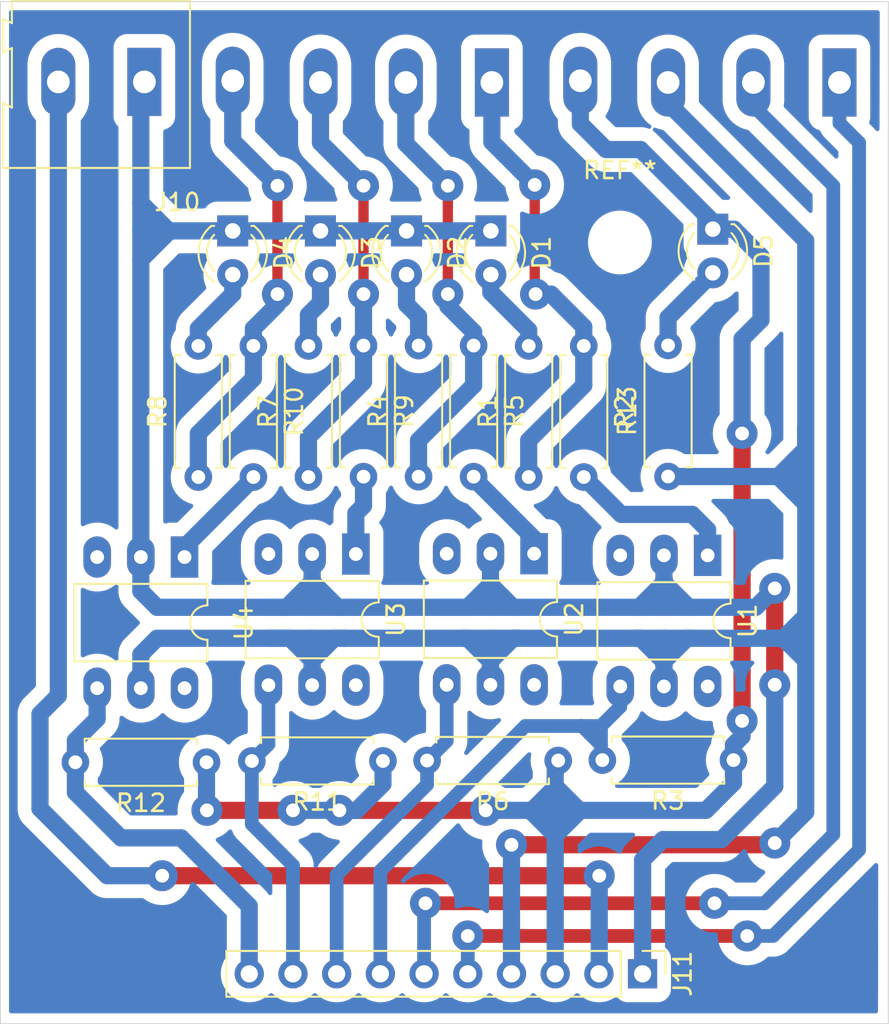
<source format=kicad_pcb>
(kicad_pcb (version 20240108) (generator "pcbnew") (generator_version "8.0")
  (layers (0 "F.Cu" signal) (31 "B.Cu" signal) (34 "B.Paste" user) (35 "F.Paste" user) (36 "B.SilkS" user "B.Silkscreen") (37 "F.SilkS" user "F.Silkscreen") (38 "B.Mask" user) (39 "F.Mask" user) (44 "Edge.Cuts" user))
  (net 0 "")
  (net 1 "/DI3m")
  (net 2 "/DI1m")
  (net 3 "GND")
  (net 4 "/DI0m")
  (net 5 "+5V")
  (net 6 "/AI0")
  (net 7 "/AI1")
  (net 8 "/DI2m")
  (net 9 "Net-(D1-A)")
  (net 10 "GND1")
  (net 11 "Net-(D2-A)")
  (net 12 "Net-(D3-A)")
  (net 13 "Net-(D4-A)")
  (net 14 "/DI0")
  (net 15 "/DI3")
  (net 16 "/DI1")
  (net 17 "/DI2")
  (net 18 "VDD")
  (net 19 "Net-(R2-Pad2)")
  (net 20 "Net-(R5-Pad2)")
  (net 21 "Net-(R9-Pad2)")
  (net 22 "Net-(R10-Pad2)")
  (net 31 "Net-(D5-A)")
  (footprint "Resistor_THT:R_Axial_DIN0207_L6.3mm_D2.5mm_P7.62mm_Horizontal" (layer "F.Cu") (at 162.5 105.47 180)
    (property "Reference" "R3" (at 3.81 -2.37 0) (layer "F.SilkS"))
    (property "Value" "2.2k")
    (pad "1" thru_hole circle (at 0 0 180) (size 1.6 1.6) (drill 0.8) (layers "*.Cu" "*.Mask") (net 3 "GND"))
    (pad "2" thru_hole oval (at 7.62 0 180) (size 1.6 1.6) (drill 0.8) (layers "*.Cu" "*.Mask") (net 1 "/DI3m"))
  )
  (footprint "Resistor_THT:R_Axial_DIN0207_L6.3mm_D2.5mm_P7.62mm_Horizontal" (layer "F.Cu") (at 137.8 89.02 90)
    (property "Reference" "R7" (at 3.81 -2.37 90) (layer "F.SilkS"))
    (property "Value" "2.2k")
    (pad "1" thru_hole circle (at 0 0 90) (size 1.6 1.6) (drill 0.8) (layers "*.Cu" "*.Mask") (net 16 "/DI1"))
    (pad "2" thru_hole oval (at 7.62 0 90) (size 1.6 1.6) (drill 0.8) (layers "*.Cu" "*.Mask") (net 12 "Net-(D3-A)"))
  )
  (footprint "MountingHole:MountingHole_3.2mm_M3" (layer "F.Cu") (at 155.9 75.39)
    (property "Reference" "REF**" (at 0 -4.2 0) (layer "F.SilkS"))
    (property "Value" "MountingHole_3.2mm_M3")
    (pad "" np_thru_hole circle (at 0 0) (size 3.2 3.2) (drill 3.2) (layers "*.Cu" "*.Mask"))
  )
  (footprint "Resistor_THT:R_Axial_DIN0207_L6.3mm_D2.5mm_P7.62mm_Horizontal" (layer "F.Cu") (at 141 81.38 -90)
    (property "Reference" "R9" (at 3.81 -2.37 90) (layer "F.SilkS"))
    (property "Value" "2.2k")
    (pad "1" thru_hole circle (at 0 0 270) (size 1.6 1.6) (drill 0.8) (layers "*.Cu" "*.Mask") (net 16 "/DI1"))
    (pad "2" thru_hole oval (at 7.62 0 270) (size 1.6 1.6) (drill 0.8) (layers "*.Cu" "*.Mask") (net 21 "Net-(R9-Pad2)"))
  )
  (footprint "Resistor_THT:R_Axial_DIN0207_L6.3mm_D2.5mm_P7.62mm_Horizontal" (layer "F.Cu") (at 147.4 81.38 -90)
    (property "Reference" "R5" (at 3.81 -2.37 90) (layer "F.SilkS"))
    (property "Value" "2.2k")
    (pad "1" thru_hole circle (at 0 0 270) (size 1.6 1.6) (drill 0.8) (layers "*.Cu" "*.Mask") (net 17 "/DI2"))
    (pad "2" thru_hole oval (at 7.62 0 270) (size 1.6 1.6) (drill 0.8) (layers "*.Cu" "*.Mask") (net 20 "Net-(R5-Pad2)"))
  )
  (footprint "Package_DIP:DIP-6_W7.62mm_LongPads" (layer "F.Cu") (at 140.555 93.495 -90)
    (property "Reference" "U3" (at 3.81 -2.33 90) (layer "F.SilkS"))
    (property "Value" "4N35")
    (pad "1" thru_hole rect (at 0 0 270) (size 2.4 1.6) (drill 0.8) (layers "*.Cu" "*.Mask") (net 21 "Net-(R9-Pad2)"))
    (pad "2" thru_hole oval (at 0 2.54 270) (size 2.4 1.6) (drill 0.8) (layers "*.Cu" "*.Mask") (net 10 "GND1"))
    (pad "3" thru_hole oval (at 0 5.08 270) (size 2.4 1.6) (drill 0.8) (layers "*.Cu" "*.Mask"))
    (pad "4" thru_hole oval (at 7.62 5.08 270) (size 2.4 1.6) (drill 0.8) (layers "*.Cu" "*.Mask") (net 2 "/DI1m"))
    (pad "5" thru_hole oval (at 7.62 2.54 270) (size 2.4 1.6) (drill 0.8) (layers "*.Cu" "*.Mask") (net 5 "+5V"))
    (pad "6" thru_hole oval (at 7.62 0 270) (size 2.4 1.6) (drill 0.8) (layers "*.Cu" "*.Mask"))
  )
  (footprint "Resistor_THT:R_Axial_DIN0207_L6.3mm_D2.5mm_P7.62mm_Horizontal" (layer "F.Cu") (at 144.2 89 90)
    (property "Reference" "R4" (at 3.81 -2.37 90) (layer "F.SilkS"))
    (property "Value" "2.2k")
    (pad "1" thru_hole circle (at 0 0 90) (size 1.6 1.6) (drill 0.8) (layers "*.Cu" "*.Mask") (net 17 "/DI2"))
    (pad "2" thru_hole oval (at 7.62 0 90) (size 1.6 1.6) (drill 0.8) (layers "*.Cu" "*.Mask") (net 11 "Net-(D2-A)"))
  )
  (footprint "Resistor_THT:R_Axial_DIN0207_L6.3mm_D2.5mm_P7.62mm_Horizontal" (layer "F.Cu") (at 134.6 81.4 -90)
    (property "Reference" "R10" (at 3.81 -2.37 90) (layer "F.SilkS"))
    (property "Value" "2.2k")
    (pad "1" thru_hole circle (at 0 0 270) (size 1.6 1.6) (drill 0.8) (layers "*.Cu" "*.Mask") (net 14 "/DI0"))
    (pad "2" thru_hole oval (at 7.62 0 270) (size 1.6 1.6) (drill 0.8) (layers "*.Cu" "*.Mask") (net 22 "Net-(R10-Pad2)"))
  )
  (footprint "Resistor_THT:R_Axial_DIN0207_L6.3mm_D2.5mm_P7.62mm_Horizontal" (layer "F.Cu") (at 150.6 89.02 90)
    (property "Reference" "R1" (at 3.81 -2.37 90) (layer "F.SilkS"))
    (property "Value" "2.2k")
    (pad "1" thru_hole circle (at 0 0 90) (size 1.6 1.6) (drill 0.8) (layers "*.Cu" "*.Mask") (net 15 "/DI3"))
    (pad "2" thru_hole oval (at 7.62 0 90) (size 1.6 1.6) (drill 0.8) (layers "*.Cu" "*.Mask") (net 9 "Net-(D1-A)"))
  )
  (footprint "Resistor_THT:R_Axial_DIN0207_L6.3mm_D2.5mm_P7.62mm_Horizontal" (layer "F.Cu") (at 158.7 88.99 90)
    (property "Reference" "R13" (at 3.81 -2.37 90) (layer "F.SilkS"))
    (property "Value" "1k")
    (pad "1" thru_hole circle (at 0 0 90) (size 1.6 1.6) (drill 0.8) (layers "*.Cu" "*.Mask") (net 5 "+5V"))
    (pad "2" thru_hole oval (at 7.62 0 90) (size 1.6 1.6) (drill 0.8) (layers "*.Cu" "*.Mask") (net 31 "Net-(D5-A)"))
  )
  (footprint "LED_THT:LED_D3.0mm_IRBlack" (layer "F.Cu") (at 138.5 74.715 -90)
    (property "Reference" "D3" (at 1.27 -2.96 90) (layer "F.SilkS"))
    (property "Value" "DI1")
    (pad "1" thru_hole rect (at 0 0 270) (size 1.8 1.8) (drill 0.9) (layers "*.Cu" "*.Mask") (net 10 "GND1"))
    (pad "2" thru_hole circle (at 2.54 0 270) (size 1.8 1.8) (drill 0.9) (layers "*.Cu" "*.Mask") (net 12 "Net-(D3-A)"))
  )
  (footprint "Package_DIP:DIP-6_W7.62mm_LongPads" (layer "F.Cu") (at 130.6 93.67 -90)
    (property "Reference" "U4" (at 3.835 -3.445 90) (layer "F.SilkS"))
    (property "Value" "4N35")
    (pad "1" thru_hole rect (at 0 0 270) (size 2.4 1.6) (drill 0.8) (layers "*.Cu" "*.Mask") (net 22 "Net-(R10-Pad2)"))
    (pad "2" thru_hole oval (at 0 2.54 270) (size 2.4 1.6) (drill 0.8) (layers "*.Cu" "*.Mask") (net 10 "GND1"))
    (pad "3" thru_hole oval (at 0 5.08 270) (size 2.4 1.6) (drill 0.8) (layers "*.Cu" "*.Mask"))
    (pad "4" thru_hole oval (at 7.62 5.08 270) (size 2.4 1.6) (drill 0.8) (layers "*.Cu" "*.Mask") (net 4 "/DI0m"))
    (pad "5" thru_hole oval (at 7.62 2.54 270) (size 2.4 1.6) (drill 0.8) (layers "*.Cu" "*.Mask") (net 5 "+5V"))
    (pad "6" thru_hole oval (at 7.62 0 270) (size 2.4 1.6) (drill 0.8) (layers "*.Cu" "*.Mask"))
  )
  (footprint "Borneras:TerminalBlock_Altech_AK300-2_P5.00mm" (layer "F.Cu") (at 128.265 66.0575 180)
    (property "Reference" "J10" (at -1.92 -6.99 0) (layer "F.SilkS"))
    (property "Value" "PWR_OUT")
    (pad "1" thru_hole rect (at 0 0 180) (size 1.98 3.96) (drill 1.32) (layers "*.Cu" "*.Mask") (net 10 "GND1"))
    (pad "2" thru_hole oval (at 5 0 180) (size 1.98 3.96) (drill 1.32) (layers "*.Cu" "*.Mask") (net 18 "VDD"))
  )
  (footprint "Resistor_THT:R_Axial_DIN0207_L6.3mm_D2.5mm_P7.62mm_Horizontal" (layer "F.Cu") (at 152.315 105.495 180)
    (property "Reference" "R6" (at 3.81 -2.37 0) (layer "F.SilkS"))
    (property "Value" "2.2k")
    (pad "1" thru_hole circle (at 0 0 180) (size 1.6 1.6) (drill 0.8) (layers "*.Cu" "*.Mask") (net 3 "GND"))
    (pad "2" thru_hole oval (at 7.62 0 180) (size 1.6 1.6) (drill 0.8) (layers "*.Cu" "*.Mask") (net 8 "/DI2m"))
  )
  (footprint "Borneras:TerminalBlock_Altech_AK300-4_P5.00mm" (layer "F.Cu") (at 168.7 65.99 180)
    (property "Reference" "J3" (hide yes))
    (property "Value" "AI")
    (pad "1" thru_hole rect (at 0.04 -0.1 180) (size 1.98 3.96) (drill 1.32) (layers "*.Cu" "*.Mask") (net 7 "/AI1"))
    (pad "2" thru_hole oval (at 5.04 -0.1 180) (size 1.98 3.96) (drill 1.32) (layers "*.Cu" "*.Mask") (net 6 "/AI0"))
    (pad "3" thru_hole oval (at 10 -0.1 180) (size 1.98 3.96) (drill 1.32) (layers "*.Cu" "*.Mask") (net 5 "+5V"))
    (pad "4" thru_hole oval (at 15.1 0 180) (size 1.98 3.96) (drill 1.32) (layers "*.Cu" "*.Mask") (net 3 "GND"))
  )
  (footprint "Borneras:TerminalBlock_Altech_AK300-4_P5.00mm" (layer "F.Cu") (at 148.5 65.99 180)
    (property "Reference" "J2" (hide yes))
    (property "Value" "DI")
    (pad "1" thru_hole rect (at 0.04 -0.1 180) (size 1.98 3.96) (drill 1.32) (layers "*.Cu" "*.Mask") (net 15 "/DI3"))
    (pad "2" thru_hole oval (at 5.04 -0.1 180) (size 1.98 3.96) (drill 1.32) (layers "*.Cu" "*.Mask") (net 17 "/DI2"))
    (pad "3" thru_hole oval (at 10 -0.1 180) (size 1.98 3.96) (drill 1.32) (layers "*.Cu" "*.Mask") (net 16 "/DI1"))
    (pad "4" thru_hole oval (at 15.1 0 180) (size 1.98 3.96) (drill 1.32) (layers "*.Cu" "*.Mask") (net 14 "/DI0"))
  )
  (footprint "Resistor_THT:R_Axial_DIN0207_L6.3mm_D2.5mm_P7.62mm_Horizontal" (layer "F.Cu") (at 131.875 105.595 180)
    (property "Reference" "R12" (at 3.81 -2.37 0) (layer "F.SilkS"))
    (property "Value" "2.2k")
    (pad "1" thru_hole circle (at 0 0 180) (size 1.6 1.6) (drill 0.8) (layers "*.Cu" "*.Mask") (net 3 "GND"))
    (pad "2" thru_hole oval (at 7.62 0 180) (size 1.6 1.6) (drill 0.8) (layers "*.Cu" "*.Mask") (net 4 "/DI0m"))
  )
  (footprint "LED_THT:LED_D3.0mm_IRBlack" (layer "F.Cu") (at 133.4 74.715 -90)
    (property "Reference" "D4" (at 1.27 -2.96 90) (layer "F.SilkS"))
    (property "Value" "DI0")
    (pad "1" thru_hole rect (at 0 0 270) (size 1.8 1.8) (drill 0.9) (layers "*.Cu" "*.Mask") (net 10 "GND1"))
    (pad "2" thru_hole circle (at 2.54 0 270) (size 1.8 1.8) (drill 0.9) (layers "*.Cu" "*.Mask") (net 13 "Net-(D4-A)"))
  )
  (footprint "LED_THT:LED_D3.0mm_IRBlack" (layer "F.Cu") (at 161.3 74.615 -90)
    (property "Reference" "D5" (at 1.27 -2.96 90) (layer "F.SilkS"))
    (property "Value" "DI3")
    (pad "1" thru_hole rect (at 0 0 270) (size 1.8 1.8) (drill 0.9) (layers "*.Cu" "*.Mask") (net 3 "GND"))
    (pad "2" thru_hole circle (at 2.54 0 270) (size 1.8 1.8) (drill 0.9) (layers "*.Cu" "*.Mask") (net 31 "Net-(D5-A)"))
  )
  (footprint "Package_DIP:DIP-6_W7.62mm_LongPads" (layer "F.Cu") (at 150.915 93.475 -90)
    (property "Reference" "U2" (at 3.81 -2.33 90) (layer "F.SilkS"))
    (property "Value" "4N35")
    (pad "1" thru_hole rect (at 0 0 270) (size 2.4 1.6) (drill 0.8) (layers "*.Cu" "*.Mask") (net 20 "Net-(R5-Pad2)"))
    (pad "2" thru_hole oval (at 0 2.54 270) (size 2.4 1.6) (drill 0.8) (layers "*.Cu" "*.Mask") (net 10 "GND1"))
    (pad "3" thru_hole oval (at 0 5.08 270) (size 2.4 1.6) (drill 0.8) (layers "*.Cu" "*.Mask"))
    (pad "4" thru_hole oval (at 7.62 5.08 270) (size 2.4 1.6) (drill 0.8) (layers "*.Cu" "*.Mask") (net 8 "/DI2m"))
    (pad "5" thru_hole oval (at 7.62 2.54 270) (size 2.4 1.6) (drill 0.8) (layers "*.Cu" "*.Mask") (net 5 "+5V"))
    (pad "6" thru_hole oval (at 7.62 0 270) (size 2.4 1.6) (drill 0.8) (layers "*.Cu" "*.Mask"))
  )
  (footprint "LED_THT:LED_D3.0mm_IRBlack" (layer "F.Cu") (at 148.4 74.715 -90)
    (property "Reference" "D1" (at 1.27 -2.96 90) (layer "F.SilkS"))
    (property "Value" "DI3")
    (pad "1" thru_hole rect (at 0 0 270) (size 1.8 1.8) (drill 0.9) (layers "*.Cu" "*.Mask") (net 10 "GND1"))
    (pad "2" thru_hole circle (at 2.54 0 270) (size 1.8 1.8) (drill 0.9) (layers "*.Cu" "*.Mask") (net 9 "Net-(D1-A)"))
  )
  (footprint "Resistor_THT:R_Axial_DIN0207_L6.3mm_D2.5mm_P7.62mm_Horizontal" (layer "F.Cu") (at 153.8 81.4 -90)
    (property "Reference" "R2" (at 3.81 -2.37 90) (layer "F.SilkS"))
    (property "Value" "2.2k")
    (pad "1" thru_hole circle (at 0 0 270) (size 1.6 1.6) (drill 0.8) (layers "*.Cu" "*.Mask") (net 15 "/DI3"))
    (pad "2" thru_hole oval (at 7.62 0 270) (size 1.6 1.6) (drill 0.8) (layers "*.Cu" "*.Mask") (net 19 "Net-(R2-Pad2)"))
  )
  (footprint "LED_THT:LED_D3.0mm_IRBlack" (layer "F.Cu") (at 143.5 74.715 -90)
    (property "Reference" "D2" (at 1.27 -2.96 90) (layer "F.SilkS"))
    (property "Value" "DI2")
    (pad "1" thru_hole rect (at 0 0 270) (size 1.8 1.8) (drill 0.9) (layers "*.Cu" "*.Mask") (net 10 "GND1"))
    (pad "2" thru_hole circle (at 2.54 0 270) (size 1.8 1.8) (drill 0.9) (layers "*.Cu" "*.Mask") (net 11 "Net-(D2-A)"))
  )
  (footprint "Connector_PinHeader_2.54mm:PinHeader_1x10_P2.54mm_Vertical" (layer "F.Cu") (at 157.22 117.89 -90)
    (property "Reference" "J11" (at 0 -2.33 90) (layer "F.SilkS"))
    (property "Value" "INPUTS")
    (pad "1" thru_hole rect (at 0 0 270) (size 1.7 1.7) (drill 1) (layers "*.Cu" "*.Mask") (net 10 "GND1"))
    (pad "2" thru_hole oval (at 0 2.54 270) (size 1.7 1.7) (drill 1) (layers "*.Cu" "*.Mask") (net 18 "VDD"))
    (pad "3" thru_hole oval (at 0 5.08 270) (size 1.7 1.7) (drill 1) (layers "*.Cu" "*.Mask") (net 3 "GND"))
    (pad "4" thru_hole oval (at 0 7.62 270) (size 1.7 1.7) (drill 1) (layers "*.Cu" "*.Mask") (net 5 "+5V"))
    (pad "5" thru_hole oval (at 0 10.16 270) (size 1.7 1.7) (drill 1) (layers "*.Cu" "*.Mask") (net 7 "/AI1"))
    (pad "6" thru_hole oval (at 0 12.7 270) (size 1.7 1.7) (drill 1) (layers "*.Cu" "*.Mask") (net 6 "/AI0"))
    (pad "7" thru_hole oval (at 0 15.24 270) (size 1.7 1.7) (drill 1) (layers "*.Cu" "*.Mask") (net 1 "/DI3m"))
    (pad "8" thru_hole oval (at 0 17.78 270) (size 1.7 1.7) (drill 1) (layers "*.Cu" "*.Mask") (net 8 "/DI2m"))
    (pad "9" thru_hole oval (at 0 20.32 270) (size 1.7 1.7) (drill 1) (layers "*.Cu" "*.Mask") (net 2 "/DI1m"))
    (pad "10" thru_hole oval (at 0 22.86 270) (size 1.7 1.7) (drill 1) (layers "*.Cu" "*.Mask") (net 4 "/DI0m"))
  )
  (footprint "Resistor_THT:R_Axial_DIN0207_L6.3mm_D2.5mm_P7.62mm_Horizontal" (layer "F.Cu") (at 131.4 89.02 90)
    (property "Reference" "R8" (at 3.81 -2.37 90) (layer "F.SilkS"))
    (property "Value" "2.2k")
    (pad "1" thru_hole circle (at 0 0 90) (size 1.6 1.6) (drill 0.8) (layers "*.Cu" "*.Mask") (net 14 "/DI0"))
    (pad "2" thru_hole oval (at 7.62 0 90) (size 1.6 1.6) (drill 0.8) (layers "*.Cu" "*.Mask") (net 13 "Net-(D4-A)"))
  )
  (footprint "Package_DIP:DIP-6_W7.62mm_LongPads" (layer "F.Cu") (at 161 93.57 -90)
    (property "Reference" "U1" (at 3.81 -2.33 90) (layer "F.SilkS"))
    (property "Value" "4N35")
    (pad "1" thru_hole rect (at 0 0 270) (size 2.4 1.6) (drill 0.8) (layers "*.Cu" "*.Mask") (net 19 "Net-(R2-Pad2)"))
    (pad "2" thru_hole oval (at 0 2.54 270) (size 2.4 1.6) (drill 0.8) (layers "*.Cu" "*.Mask") (net 10 "GND1"))
    (pad "3" thru_hole oval (at 0 5.08 270) (size 2.4 1.6) (drill 0.8) (layers "*.Cu" "*.Mask"))
    (pad "4" thru_hole oval (at 7.62 5.08 270) (size 2.4 1.6) (drill 0.8) (layers "*.Cu" "*.Mask") (net 1 "/DI3m"))
    (pad "5" thru_hole oval (at 7.62 2.54 270) (size 2.4 1.6) (drill 0.8) (layers "*.Cu" "*.Mask") (net 5 "+5V"))
    (pad "6" thru_hole oval (at 7.62 0 270) (size 2.4 1.6) (drill 0.8) (layers "*.Cu" "*.Mask"))
  )
  (footprint "Resistor_THT:R_Axial_DIN0207_L6.3mm_D2.5mm_P7.62mm_Horizontal" (layer "F.Cu") (at 142.13 105.52 180)
    (property "Reference" "R11" (at 3.81 -2.37 0) (layer "F.SilkS"))
    (property "Value" "2.2k")
    (pad "1" thru_hole circle (at 0 0 180) (size 1.6 1.6) (drill 0.8) (layers "*.Cu" "*.Mask") (net 3 "GND"))
    (pad "2" thru_hole oval (at 7.62 0 180) (size 1.6 1.6) (drill 0.8) (layers "*.Cu" "*.Mask") (net 2 "/DI1m"))
  )
  (gr_rect (start 119.9 61.39) (end 171.5 120.79) (stroke (width 0.05)) (fill none) (layer "Edge.Cuts"))
  (segment (start 154.8 103.49) (end 155.92 102.37) (width 0.8) (layer "B.Cu") (net 1))
  (segment (start 153.6 103.49) (end 153.7 103.49) (width 0.8) (layer "B.Cu") (net 1))
  (segment (start 150.4 103.49) (end 153.6 103.49) (width 0.8) (layer "B.Cu") (net 1))
  (segment (start 154.8 104.59) (end 154.8 105.39) (width 0.8) (layer "B.Cu") (net 1))
  (segment (start 153.7 103.49) (end 154.8 104.59) (width 0.8) (layer "B.Cu") (net 1))
  (segment (start 141.98 111.91) (end 150.4 103.49) (width 0.8) (layer "B.Cu") (net 1))
  (segment (start 153.6 103.49) (end 154.8 103.49) (width 0.8) (layer "B.Cu") (net 1))
  (segment (start 155.92 102.37) (end 155.92 101.19) (width 0.8) (layer "B.Cu") (net 1))
  (segment (start 141.98 117.89) (end 141.98 111.91) (width 0.8) (layer "B.Cu") (net 1))
  (segment (start 154.8 105.39) (end 154.88 105.47) (width 0.8) (layer "B.Cu") (net 1))
  (segment (start 154.8 103.49) (end 154.8 104.59) (width 0.8) (layer "B.Cu") (net 1))
  (segment (start 136.9 111.59) (end 136.9 117.89) (width 0.8) (layer "B.Cu") (net 2))
  (segment (start 135.475 101.115) (end 135.475 104.555) (width 0.8) (layer "B.Cu") (net 2))
  (segment (start 135.475 104.555) (end 134.51 105.52) (width 0.8) (layer "B.Cu") (net 2))
  (segment (start 134.51 105.52) (end 134.51 109.2) (width 0.8) (layer "B.Cu") (net 2))
  (segment (start 134.51 109.2) (end 136.9 111.59) (width 0.8) (layer "B.Cu") (net 2))
  (segment (start 163 86.49) (end 163 103.19) (width 1) (layer "F.Cu") (net 3))
  (segment (start 136.9 108.39) (end 131.9 108.39) (width 1) (layer "F.Cu") (net 3))
  (segment (start 148.1 108.39) (end 139.6 108.39) (width 1) (layer "F.Cu") (net 3))
  (via (at 163 103.19) (size 1.8) (drill 0.8) (layers "F.Cu" "B.Cu") (net 3))
  (via (at 136.9 108.39) (size 1.8) (drill 0.8) (layers "F.Cu" "B.Cu") (net 3))
  (via (at 131.9 108.39) (size 1.8) (drill 0.8) (layers "F.Cu" "B.Cu") (net 3))
  (via (at 148.1 108.39) (size 1.8) (drill 0.8) (layers "F.Cu" "B.Cu") (net 3))
  (via (at 163 86.49) (size 1.8) (drill 0.8) (layers "F.Cu" "B.Cu") (net 3))
  (via (at 139.6 108.39) (size 1.8) (drill 0.8) (layers "F.Cu" "B.Cu") (net 3))
  (segment (start 163 103.19) (end 163 104.09) (width 1) (layer "B.Cu") (net 3))
  (segment (start 131.875 108.365) (end 131.9 108.39) (width 1) (layer "B.Cu") (net 3))
  (segment (start 142.13 106.86) (end 140.6 108.39) (width 1) (layer "B.Cu") (net 3))
  (segment (start 152.14 117.89) (end 152.14 109.89) (width 1) (layer "B.Cu") (net 3))
  (segment (start 164.1 79.89) (end 164.1 76.19) (width 1) (layer "B.Cu") (net 3))
  (segment (start 152.14 106.99) (end 152.14 107.05) (width 1) (layer "B.Cu") (net 3))
  (segment (start 152.14 109.85) (end 153.6 108.39) (width 1) (layer "B.Cu") (net 3))
  (segment (start 155.1 69.99) (end 157.1 69.99) (width 1) (layer "B.Cu") (net 3))
  (segment (start 153.6 108.39) (end 153.54 108.39) (width 1) (layer "B.Cu") (net 3))
  (segment (start 142.13 105.52) (end 142.13 106.86) (width 1) (layer "B.Cu") (net 3))
  (segment (start 139.6 108.39) (end 136.9 108.39) (width 1) (layer "B.Cu") (net 3))
  (segment (start 131.875 105.595) (end 131.875 108.365) (width 1) (layer "B.Cu") (net 3))
  (segment (start 152.14 109.89) (end 152.14 109.85) (width 1) (layer "B.Cu") (net 3))
  (segment (start 164.1 76.19) (end 162.525 74.615) (width 1) (layer "B.Cu") (net 3))
  (segment (start 152.14 107.05) (end 150.8 108.39) (width 1) (layer "B.Cu") (net 3))
  (segment (start 153.54 108.39) (end 152.14 106.99) (width 1) (layer "B.Cu") (net 3))
  (segment (start 152.14 108.39) (end 150.8 108.39) (width 1) (layer "B.Cu") (net 3))
  (segment (start 163 80.99) (end 164.1 79.89) (width 1) (layer "B.Cu") (net 3))
  (segment (start 153.6 65.99) (end 153.6 68.49) (width 1) (layer "B.Cu") (net 3))
  (segment (start 153.6 108.39) (end 152.14 108.39) (width 1) (layer "B.Cu") (net 3))
  (segment (start 152.14 109.89) (end 152.14 108.39) (width 1) (layer "B.Cu") (net 3))
  (segment (start 162.5 104.59) (end 162.5 105.47) (width 1) (layer "B.Cu") (net 3))
  (segment (start 150.8 108.51) (end 152.14 109.85) (width 1) (layer "B.Cu") (net 3))
  (segment (start 150.8 108.39) (end 150.8 108.51) (width 1) (layer "B.Cu") (net 3))
  (segment (start 161.3 74.19) (end 161.3 74.615) (width 1) (layer "B.Cu") (net 3))
  (segment (start 152.14 106.99) (end 152.14 105.67) (width 1) (layer "B.Cu") (net 3))
  (segment (start 162.525 74.615) (end 161.3 74.615) (width 1) (layer "B.Cu") (net 3))
  (segment (start 160.9 108.39) (end 153.6 108.39) (width 1) (layer "B.Cu") (net 3))
  (segment (start 157.1 69.99) (end 161.3 74.19) (width 1) (layer "B.Cu") (net 3))
  (segment (start 163 86.49) (end 163 80.99) (width 1) (layer "B.Cu") (net 3))
  (segment (start 163 104.09) (end 162.5 104.59) (width 1) (layer "B.Cu") (net 3))
  (segment (start 152.14 108.39) (end 152.14 106.99) (width 1) (layer "B.Cu") (net 3))
  (segment (start 140.6 108.39) (end 139.6 108.39) (width 1) (layer "B.Cu") (net 3))
  (segment (start 150.8 108.39) (end 148.1 108.39) (width 1) (layer "B.Cu") (net 3))
  (segment (start 152.14 105.67) (end 152.315 105.495) (width 1) (layer "B.Cu") (net 3))
  (segment (start 162.5 105.47) (end 162.5 106.79) (width 1) (layer "B.Cu") (net 3))
  (segment (start 153.6 68.49) (end 155.1 69.99) (width 1) (layer "B.Cu") (net 3))
  (segment (start 162.5 106.79) (end 160.9 108.39) (width 1) (layer "B.Cu") (net 3))
  (segment (start 124.255 104.335) (end 124.255 105.595) (width 1) (layer "B.Cu") (net 4))
  (segment (start 125.52 101.29) (end 125.52 103.07) (width 1) (layer "B.Cu") (net 4))
  (segment (start 124.255 105.595) (end 124.255 107.345) (width 1) (layer "B.Cu") (net 4))
  (segment (start 126.9 109.99) (end 130.4 109.99) (width 1) (layer "B.Cu") (net 4))
  (segment (start 130.4 109.99) (end 134.36 113.95) (width 1) (layer "B.Cu") (net 4))
  (segment (start 124.255 107.345) (end 126.9 109.99) (width 1) (layer "B.Cu") (net 4))
  (segment (start 125.52 103.07) (end 124.255 104.335) (width 1) (layer "B.Cu") (net 4))
  (segment (start 134.36 113.95) (end 134.36 117.89) (width 1) (layer "B.Cu") (net 4))
  (segment (start 164.8 110.39) (end 149.6 110.39) (width 1) (layer "F.Cu") (net 5))
  (segment (start 164.9 110.29) (end 164.8 110.39) (width 1) (layer "F.Cu") (net 5))
  (via (at 164.9 110.29) (size 1.8) (drill 0.8) (layers "F.Cu" "B.Cu") (net 5))
  (via (at 149.6 110.39) (size 1.8) (drill 0.8) (layers "F.Cu" "B.Cu") (net 5))
  (segment (start 166.7 98.39) (end 164.9 98.39) (width 1) (layer "B.Cu") (net 5))
  (segment (start 146.8 98.39) (end 147.05 98.39) (width 1) (layer "B.Cu") (net 5))
  (segment (start 139.3 98.39) (end 138.015 99.675) (width 1) (layer "B.Cu") (net 5))
  (segment (start 158.46 99.73) (end 159.8 98.39) (width 1) (layer "B.Cu") (net 5))
  (segment (start 148.375 99.89) (end 148.375 98.415) (width 1) (layer "B.Cu") (net 5))
  (segment (start 160.1 98.39) (end 158.5 98.39) (width 1) (layer "B.Cu") (net 5))
  (segment (start 150 98.39) (end 156.8 98.39) (width 1) (layer "B.Cu") (net 5))
  (segment (start 150 98.39) (end 149.7 98.39) (width 1) (layer "B.Cu") (net 5))
  (segment (start 138.015 99.99) (end 138.015 98.405) (width 1) (layer "B.Cu") (net 5))
  (segment (start 166.7 96.99) (end 166.7 98.39) (width 1) (layer "B.Cu") (net 5))
  (segment (start 164.9 98.39) (end 165.4 98.39) (width 1) (layer "B.Cu") (net 5))
  (segment (start 129 98.39) (end 135.5 98.39) (width 1) (layer "B.Cu") (net 5))
  (segment (start 159.8 98.39) (end 160.1 98.39) (width 1) (layer "B.Cu") (net 5))
  (segment (start 166.7 88.99) (end 166.7 90.59) (width 1) (layer "B.Cu") (net 5))
  (segment (start 128.06 99.33) (end 129 98.39) (width 1) (layer "B.Cu") (net 5))
  (segment (start 138.015 98.405) (end 138 98.39) (width 1) (layer "B.Cu") (net 5))
  (segment (start 156.8 98.39) (end 158.5 98.39) (width 1) (layer "B.Cu") (net 5))
  (segment (start 148.375 99.715) (end 148.375 101.095) (width 1) (layer "B.Cu") (net 5))
  (segment (start 158.7 88.99) (end 165.1 88.99) (width 1) (layer "B.Cu") (net 5))
  (segment (start 158.46 99.99) (end 158.46 99.75) (width 1) (layer "B.Cu") (net 5))
  (segment (start 164.9 110.29) (end 166.7 108.49) (width 1) (layer "B.Cu") (net 5))
  (segment (start 166.7 99.69) (end 166.7 98.39) (width 1) (layer "B.Cu") (net 5))
  (segment (start 165.4 98.39) (end 166.7 99.69) (width 1) (layer "B.Cu") (net 5))
  (segment (start 135.5 98.39) (end 138 98.39) (width 1) (layer "B.Cu") (net 5))
  (segment (start 128.06 101.29) (end 128.06 99.33) (width 1) (layer "B.Cu") (net 5))
  (segment (start 136.73 98.39) (end 138.015 99.675) (width 1) (layer "B.Cu") (net 5))
  (segment (start 158.7 67.29) (end 166.7 75.29) (width 1) (layer "B.Cu") (net 5))
  (segment (start 158.46 99.99) (end 158.46 99.73) (width 1) (layer "B.Cu") (net 5))
  (segment (start 135.5 98.39) (end 136.73 98.39) (width 1) (layer "B.Cu") (net 5))
  (segment (start 158.46 98.43) (end 158.46 99.99) (width 1) (layer "B.Cu") (net 5))
  (segment (start 165.4 98.39) (end 166.7 97.09) (width 1) (layer "B.Cu") (net 5))
  (segment (start 166.7 108.49) (end 166.7 99.69) (width 1) (layer "B.Cu") (net 5))
  (segment (start 165.1 88.99) (end 166.7 88.99) (width 1) (layer "B.Cu") (net 5))
  (segment (start 147.05 98.39) (end 148.375 99.715) (width 1) (layer "B.Cu") (net 5))
  (segment (start 158.46 99.99) (end 158.46 101.19) (width 1) (layer "B.Cu") (net 5))
  (segment (start 148.375 99.715) (end 148.375 99.89) (width 1) (layer "B.Cu") (net 5))
  (segment (start 138 98.39) (end 139.9 98.39) (width 1) (layer "B.Cu") (net 5))
  (segment (start 157.1 98.39) (end 156.8 98.39) (width 1) (layer "B.Cu") (net 5))
  (segment (start 139.9 98.39) (end 139.3 98.39) (width 1) (layer "B.Cu") (net 5))
  (segment (start 166.7 86.19) (end 166.7 88.99) (width 1) (layer "B.Cu") (net 5))
  (segment (start 149.6 117.89) (end 149.6 110.39) (width 1) (layer "B.Cu") (net 5))
  (segment (start 158.7 66.09) (end 158.7 67.29) (width 1) (layer "B.Cu") (net 5))
  (segment (start 166.7 86.19) (end 166.7 87.39) (width 1) (layer "B.Cu") (net 5))
  (segment (start 166.7 90.59) (end 166.7 96.99) (width 1) (layer "B.Cu") (net 5))
  (segment (start 158.5 98.39) (end 158.46 98.43) (width 1) (layer "B.Cu") (net 5))
  (segment (start 166.7 87.39) (end 165.1 88.99) (width 1) (layer "B.Cu") (net 5))
  (segment (start 138.015 101.115) (end 138.015 99.99) (width 1) (layer "B.Cu") (net 5))
  (segment (start 165.1 88.99) (end 166.7 90.59) (width 1) (layer "B.Cu") (net 5))
  (segment (start 139.9 98.39) (end 146.8 98.39) (width 1) (layer "B.Cu") (net 5))
  (segment (start 148.375 101.095) (end 148.375 99.89) (width 1) (layer "B.Cu") (net 5))
  (segment (start 166.7 97.09) (end 166.7 96.99) (width 1) (layer "B.Cu") (net 5))
  (segment (start 164.9 98.39) (end 160.1 98.39) (width 1) (layer "B.Cu") (net 5))
  (segment (start 138.015 99.675) (end 138.015 99.99) (width 1) (layer "B.Cu") (net 5))
  (segment (start 148.4 98.39) (end 150 98.39) (width 1) (layer "B.Cu") (net 5))
  (segment (start 149.7 98.39) (end 148.375 99.715) (width 1) (layer "B.Cu") (net 5))
  (segment (start 158.46 99.75) (end 157.1 98.39) (width 1) (layer "B.Cu") (net 5))
  (segment (start 146.8 98.39) (end 148.4 98.39) (width 1) (layer "B.Cu") (net 5))
  (segment (start 166.7 75.29) (end 166.7 86.19) (width 1) (layer "B.Cu") (net 5))
  (segment (start 148.375 98.415) (end 148.4 98.39) (width 1) (layer "B.Cu") (net 5))
  (segment (start 161.4 113.79) (end 144.6 113.79) (width 0.8) (layer "F.Cu") (net 6))
  (via (at 144.6 113.79) (size 1.8) (drill 0.8) (layers "F.Cu" "B.Cu") (net 6))
  (via (at 161.4 113.79) (size 1.8) (drill 0.8) (layers "F.Cu" "B.Cu") (net 6))
  (segment (start 163.66 67.45) (end 163.66 66.09) (width 0.8) (layer "B.Cu") (net 6))
  (segment (start 144.52 113.87) (end 144.52 117.89) (width 0.8) (layer "B.Cu") (net 6))
  (segment (start 161.4 113.79) (end 164.3 113.79) (width 0.8) (layer "B.Cu") (net 6))
  (segment (start 168.3 72.09) (end 163.66 67.45) (width 0.8) (layer "B.Cu") (net 6))
  (segment (start 164.3 113.79) (end 168.3 109.79) (width 0.8) (layer "B.Cu") (net 6))
  (segment (start 168.3 109.79) (end 168.3 72.09) (width 0.8) (layer "B.Cu") (net 6))
  (segment (start 144.6 113.79) (end 144.52 113.87) (width 0.8) (layer "B.Cu") (net 6))
  (segment (start 163.3 115.69) (end 147.06 115.69) (width 0.8) (layer "F.Cu") (net 7))
  (via (at 147.06 115.69) (size 1.8) (drill 0.8) (layers "F.Cu" "B.Cu") (net 7))
  (via (at 163.3 115.69) (size 1.8) (drill 0.8) (layers "F.Cu" "B.Cu") (net 7))
  (segment (start 163.3 115.69) (end 164.8 115.69) (width 0.8) (layer "B.Cu") (net 7))
  (segment (start 169.8 110.69) (end 169.8 69.59) (width 0.8) (layer "B.Cu") (net 7))
  (segment (start 169.8 69.59) (end 168.66 68.45) (width 0.8) (layer "B.Cu") (net 7))
  (segment (start 164.8 115.69) (end 169.8 110.69) (width 0.8) (layer "B.Cu") (net 7))
  (segment (start 147.06 115.69) (end 147.06 117.89) (width 0.8) (layer "B.Cu") (net 7))
  (segment (start 168.66 68.45) (end 168.66 66.09) (width 0.8) (layer "B.Cu") (net 7))
  (segment (start 139.44 117.89) (end 139.44 112.15) (width 0.8) (layer "B.Cu") (net 8))
  (segment (start 145.835 101.095) (end 145.835 104.355) (width 0.8) (layer "B.Cu") (net 8))
  (segment (start 139.44 112.15) (end 144.695 106.895) (width 0.8) (layer "B.Cu") (net 8))
  (segment (start 145.835 104.355) (end 144.695 105.495) (width 0.8) (layer "B.Cu") (net 8))
  (segment (start 144.695 106.895) (end 144.695 105.495) (width 0.8) (layer "B.Cu") (net 8))
  (segment (start 148.4 78.29) (end 150.6 80.49) (width 1) (layer "B.Cu") (net 9))
  (segment (start 150.6 80.49) (end 150.6 81.4) (width 1) (layer "B.Cu") (net 9))
  (segment (start 148.4 77.255) (end 148.4 78.29) (width 1) (layer "B.Cu") (net 9))
  (segment (start 164.9 101.09) (end 164.9 95.49) (width 1) (layer "F.Cu") (net 10))
  (via (at 164.9 101.09) (size 1.8) (drill 0.8) (layers "F.Cu" "B.Cu") (net 10))
  (via (at 164.9 95.49) (size 1.8) (drill 0.8) (layers "F.Cu" "B.Cu") (net 10))
  (segment (start 148.375 95.265) (end 149.7 96.59) (width 1) (layer "B.Cu") (net 10))
  (segment (start 158.46 94.89) (end 158.46 94.93) (width 1) (layer "B.Cu") (net 10))
  (segment (start 158.46 95.15) (end 157.02 96.59) (width 1) (layer "B.Cu") (net 10))
  (segment (start 129 96.59) (end 135.5 96.59) (width 1) (layer "B.Cu") (net 10))
  (segment (start 129.735 74.715) (end 128.06 76.39) (width 1) (layer "B.Cu") (net 10))
  (segment (start 145.4 96.59) (end 148.4 96.59) (width 1) (layer "B.Cu") (net 10))
  (segment (start 143.5 74.715) (end 138.5 74.715) (width 1) (layer "B.Cu") (net 10))
  (segment (start 158.46 94.93) (end 158.46 95.15) (width 1) (layer "B.Cu") (net 10))
  (segment (start 129.9 74.715) (end 129.735 74.715) (width 1) (layer "B.Cu") (net 10))
  (segment (start 128.085 74.715) (end 128.06 74.69) (width 1) (layer "B.Cu") (net 10))
  (segment (start 158.5 96.59) (end 160.1 96.59) (width 1) (layer "B.Cu") (net 10))
  (segment (start 149.9 96.59) (end 156.8 96.59) (width 1) (layer "B.Cu") (net 10))
  (segment (start 128.06 76.39) (end 128.06 93.67) (width 1) (layer "B.Cu") (net 10))
  (segment (start 135.5 96.59) (end 136.53 96.59) (width 1) (layer "B.Cu") (net 10))
  (segment (start 133.4 74.715) (end 129.9 74.715) (width 1) (layer "B.Cu") (net 10))
  (segment (start 138 96.59) (end 140.9 96.59) (width 1) (layer "B.Cu") (net 10))
  (segment (start 136.53 96.59) (end 138.015 95.105) (width 1) (layer "B.Cu") (net 10))
  (segment (start 148.375 96.565) (end 148.4 96.59) (width 1) (layer "B.Cu") (net 10))
  (segment (start 138.5 74.715) (end 133.4 74.715) (width 1) (layer "B.Cu") (net 10))
  (segment (start 138.015 96.575) (end 138 96.59) (width 1) (layer "B.Cu") (net 10))
  (segment (start 164.9 106.99) (end 161.8 110.09) (width 1) (layer "B.Cu") (net 10))
  (segment (start 160.1 96.59) (end 163.8 96.59) (width 1) (layer "B.Cu") (net 10))
  (segment (start 129.685 74.715) (end 128.06 73.09) (width 1) (layer "B.Cu") (net 10))
  (segment (start 148.4 96.59) (end 149.9 96.59) (width 1) (layer "B.Cu") (net 10))
  (segment (start 128.06 66.2625) (end 128.06 73.09) (width 1) (layer "B.Cu") (net 10))
  (segment (start 135.5 96.59) (end 138 96.59) (width 1) (layer "B.Cu") (net 10))
  (segment (start 128.06 73.09) (end 128.06 74.69) (width 1) (layer "B.Cu") (net 10))
  (segment (start 140.9 96.59) (end 139.5 96.59) (width 1) (layer "B.Cu") (net 10))
  (segment (start 128.06 93.67) (end 128.06 95.65) (width 1) (layer "B.Cu") (net 10))
  (segment (start 148.375 94.99) (end 148.375 96.565) (width 1) (layer "B.Cu") (net 10))
  (segment (start 148.375 93.475) (end 148.375 94.99) (width 1) (layer "B.Cu") (net 10))
  (segment (start 147.05 96.59) (end 148.375 95.265) (width 1) (layer "B.Cu") (net 10))
  (segment (start 159.9 96.59) (end 160.1 96.59) (width 1) (layer "B.Cu") (net 10))
  (segment (start 148.375 94.99) (end 148.375 95.265) (width 1) (layer "B.Cu") (net 10))
  (segment (start 158.46 96.55) (end 158.5 96.59) (width 1) (layer "B.Cu") (net 10))
  (segment (start 145.4 96.59) (end 147.05 96.59) (width 1) (layer "B.Cu") (net 10))
  (segment (start 158.4 110.09) (end 157.22 111.27) (width 1) (layer "B.Cu") (net 10))
  (segment (start 157.02 96.59) (end 156.8 96.59) (width 1) (layer "B.Cu") (net 10))
  (segment (start 156.8 96.59) (end 158.5 96.59) (width 1) (layer "B.Cu") (net 10))
  (segment (start 157.22 111.27) (end 157.22 117.89) (width 1) (layer "B.Cu") (net 10))
  (segment (start 140.9 96.59) (end 145.4 96.59) (width 1) (layer "B.Cu") (net 10))
  (segment (start 148.4 74.715) (end 143.5 74.715) (width 1) (layer "B.Cu") (net 10))
  (segment (start 163.8 96.59) (end 164.9 95.49) (width 1) (layer "B.Cu") (net 10))
  (segment (start 138.015 94.89) (end 138.015 96.575) (width 1) (layer "B.Cu") (net 10))
  (segment (start 138.015 95.105) (end 138.015 94.89) (width 1) (layer "B.Cu") (net 10))
  (segment (start 139.5 96.59) (end 138.015 95.105) (width 1) (layer "B.Cu") (net 10))
  (segment (start 161.8 110.09) (end 158.4 110.09) (width 1) (layer "B.Cu") (net 10))
  (segment (start 158.46 94.89) (end 158.46 96.55) (width 1) (layer "B.Cu") (net 10))
  (segment (start 158.46 95.15) (end 159.9 96.59) (width 1) (layer "B.Cu") (net 10))
  (segment (start 164.9 101.09) (end 164.9 106.99) (width 1) (layer "B.Cu") (net 10))
  (segment (start 138.015 93.495) (end 138.015 94.89) (width 1) (layer "B.Cu") (net 10))
  (segment (start 129.9 74.715) (end 128.085 74.715) (width 1) (layer "B.Cu") (net 10))
  (segment (start 129.735 74.715) (end 129.685 74.715) (width 1) (layer "B.Cu") (net 10))
  (segment (start 128.06 95.65) (end 129 96.59) (width 1) (layer "B.Cu") (net 10))
  (segment (start 128.265 66.0575) (end 128.06 66.2625) (width 1) (layer "B.Cu") (net 10))
  (segment (start 128.06 74.69) (end 128.06 76.39) (width 1) (layer "B.Cu") (net 10))
  (segment (start 149.7 96.59) (end 149.9 96.59) (width 1) (layer "B.Cu") (net 10))
  (segment (start 158.46 93.57) (end 158.46 94.89) (width 1) (layer "B.Cu") (net 10))
  (segment (start 144.2 79.69) (end 144.2 81.38) (width 1) (layer "B.Cu") (net 11))
  (segment (start 143.5 77.255) (end 143.5 78.99) (width 1) (layer "B.Cu") (net 11))
  (segment (start 143.5 78.99) (end 144.2 79.69) (width 1) (layer "B.Cu") (net 11))
  (segment (start 138.5 77.255) (end 138.5 78.89) (width 1) (layer "B.Cu") (net 12))
  (segment (start 138.5 78.89) (end 137.8 79.59) (width 1) (layer "B.Cu") (net 12))
  (segment (start 137.8 79.59) (end 137.8 81.4) (width 1) (layer "B.Cu") (net 12))
  (segment (start 133.4 77.255) (end 133.4 78.39) (width 1) (layer "B.Cu") (net 13))
  (segment (start 131.4 80.39) (end 131.4 81.4) (width 1) (layer "B.Cu") (net 13))
  (segment (start 133.4 78.39) (end 131.4 80.39) (width 1) (layer "B.Cu") (net 13))
  (segment (start 136 72.09) (end 136 78.39) (width 0.6) (layer "F.Cu") (net 14))
  (via (at 136 78.39) (size 1.8) (drill 0.8) (layers "F.Cu" "B.Cu") (net 14))
  (via (at 136 72.09) (size 1.8) (drill 0.8) (layers "F.Cu" "B.Cu") (net 14))
  (segment (start 134.6 83.29) (end 134.6 81.4) (width 1) (layer "B.Cu") (net 14))
  (segment (start 131.4 86.49) (end 134.6 83.29) (width 1) (layer "B.Cu") (net 14))
  (segment (start 131.4 89.02) (end 131.4 86.49) (width 1) (layer "B.Cu") (net 14))
  (segment (start 136 78.39) (end 136 78.99) (width 0.6) (layer "B.Cu") (net 14))
  (segment (start 133.4 65.99) (end 133.4 69.49) (width 1) (layer "B.Cu") (net 14))
  (segment (start 133.4 69.49) (end 136 72.09) (width 1) (layer "B.Cu") (net 14))
  (segment (start 136 78.99) (end 134.6 80.39) (width 1) (layer "B.Cu") (net 14))
  (segment (start 134.6 80.39) (end 134.6 81.4) (width 1) (layer "B.Cu") (net 14))
  (segment (start 150.95 78.34) (end 151 78.39) (width 0.6) (layer "F.Cu") (net 15))
  (segment (start 150.95 72.04) (end 150.95 78.34) (width 0.6) (layer "F.Cu") (net 15))
  (via (at 150.95 72.04) (size 1.8) (drill 0.8) (layers "F.Cu" "B.Cu") (net 15))
  (via (at 151 78.39) (size 1.8) (drill 0.8) (layers "F.Cu" "B.Cu") (net 15))
  (segment (start 151.9 78.39) (end 153.8 80.29) (width 1) (layer "B.Cu") (net 15))
  (segment (start 150.6 86.89) (end 153.8 83.69) (width 1) (layer "B.Cu") (net 15))
  (segment (start 151 78.39) (end 151.9 78.39) (width 1) (layer "B.Cu") (net 15))
  (segment (start 153.8 80.29) (end 153.8 81.4) (width 1) (layer "B.Cu") (net 15))
  (segment (start 150.95 72.04) (end 151 71.99) (width 0.6) (layer "B.Cu") (net 15))
  (segment (start 150.6 89.02) (end 150.6 86.89) (width 1) (layer "B.Cu") (net 15))
  (segment (start 150.95 72.04) (end 148.46 69.55) (width 1) (layer "B.Cu") (net 15))
  (segment (start 148.46 69.55) (end 148.46 66.09) (width 1) (layer "B.Cu") (net 15))
  (segment (start 153.8 83.69) (end 153.8 81.4) (width 1) (layer "B.Cu") (net 15))
  (segment (start 141 72.09) (end 141 78.39) (width 0.6) (layer "F.Cu") (net 16))
  (via (at 141 78.39) (size 1.8) (drill 0.8) (layers "F.Cu" "B.Cu") (net 16))
  (via (at 141 72.09) (size 1.8) (drill 0.8) (layers "F.Cu" "B.Cu") (net 16))
  (segment (start 141 81.38) (end 141 78.39) (width 1) (layer "B.Cu") (net 16))
  (segment (start 138.5 66.09) (end 138.5 69.59) (width 1) (layer "B.Cu") (net 16))
  (segment (start 138.5 69.59) (end 141 72.09) (width 1) (layer "B.Cu") (net 16))
  (segment (start 137.8 89.02) (end 137.8 86.69) (width 1) (layer "B.Cu") (net 16))
  (segment (start 137.8 86.69) (end 141 83.49) (width 1) (layer "B.Cu") (net 16))
  (segment (start 141 83.49) (end 141 81.38) (width 1) (layer "B.Cu") (net 16))
  (segment (start 145.9 72.09) (end 145.9 78.39) (width 0.6) (layer "F.Cu") (net 17))
  (via (at 145.9 72.09) (size 1.8) (drill 0.8) (layers "F.Cu" "B.Cu") (net 17))
  (via (at 145.9 78.39) (size 1.8) (drill 0.8) (layers "F.Cu" "B.Cu") (net 17))
  (segment (start 147.4 80.59) (end 147.4 81.38) (width 1) (layer "B.Cu") (net 17))
  (segment (start 145.9 78.39) (end 145.9 79.09) (width 1) (layer "B.Cu") (net 17))
  (segment (start 143.46 66.09) (end 143.46 69.65) (width 1) (layer "B.Cu") (net 17))
  (segment (start 144.2 86.89) (end 147.4 83.69) (width 1) (layer "B.Cu") (net 17))
  (segment (start 144.2 89) (end 144.2 86.89) (width 1) (layer "B.Cu") (net 17))
  (segment (start 143.46 69.65) (end 145.9 72.09) (width 1) (layer "B.Cu") (net 17))
  (segment (start 145.9 79.09) (end 147.4 80.59) (width 1) (layer "B.Cu") (net 17))
  (segment (start 147.4 83.69) (end 147.4 81.38) (width 1) (layer "B.Cu") (net 17))
  (segment (start 129.3 112.19) (end 154.7 112.19) (width 1) (layer "F.Cu") (net 18))
  (via (at 154.7 112.19) (size 1.8) (drill 0.8) (layers "F.Cu" "B.Cu") (net 18))
  (via (at 129.3 112.19) (size 1.8) (drill 0.8) (layers "F.Cu" "B.Cu") (net 18))
  (segment (start 129.3 112.19) (end 126.1 112.19) (width 1) (layer "B.Cu") (net 18))
  (segment (start 122.2 108.29) (end 122.2 102.79) (width 1) (layer "B.Cu") (net 18))
  (segment (start 123.265 101.725) (end 123.265 66.0575) (width 1) (layer "B.Cu") (net 18))
  (segment (start 126.1 112.19) (end 122.2 108.29) (width 1) (layer "B.Cu") (net 18))
  (segment (start 154.7 117.87) (end 154.68 117.89) (width 1) (layer "B.Cu") (net 18))
  (segment (start 122.2 102.79) (end 123.265 101.725) (width 1) (layer "B.Cu") (net 18))
  (segment (start 154.7 112.19) (end 154.7 117.87) (width 1) (layer "B.Cu") (net 18))
  (segment (start 161 92.09) (end 161 93.57) (width 1) (layer "B.Cu") (net 19))
  (segment (start 153.8 89.02) (end 155.97 91.19) (width 1) (layer "B.Cu") (net 19))
  (segment (start 160.1 91.19) (end 161 92.09) (width 1) (layer "B.Cu") (net 19))
  (segment (start 155.97 91.19) (end 160.1 91.19) (width 1) (layer "B.Cu") (net 19))
  (segment (start 150.915 92.605) (end 150.915 93.475) (width 1) (layer "B.Cu") (net 20))
  (segment (start 147.4 89) (end 147.4 89.09) (width 0.6) (layer "B.Cu") (net 20))
  (segment (start 147.4 89.09) (end 150.915 92.605) (width 1) (layer "B.Cu") (net 20))
  (segment (start 140.555 91.135) (end 140.555 93.495) (width 1) (layer "B.Cu") (net 21))
  (segment (start 141 89) (end 141 90.69) (width 1) (layer "B.Cu") (net 21))
  (segment (start 141 90.69) (end 140.555 91.135) (width 1) (layer "B.Cu") (net 21))
  (segment (start 134.6 89.09) (end 130.6 93.09) (width 1) (layer "B.Cu") (net 22))
  (segment (start 134.6 89.02) (end 134.6 89.09) (width 0.6) (layer "B.Cu") (net 22))
  (segment (start 130.6 93.09) (end 130.6 93.67) (width 1) (layer "B.Cu") (net 22))
  (segment (start 158.7 81.37) (end 158.7 79.755) (width 1) (layer "B.Cu") (net 31))
  (segment (start 158.7 79.755) (end 161.3 77.155) (width 1) (layer "B.Cu") (net 31))
  (zone (net 0) (net_name "") (layer "B.Cu") (connect_pads (clearance 0.8)) (min_thickness 0.25) (fill yes (thermal_gap 0.5) (thermal_bridge_width 0.5) (island_removal_mode 1) (island_area_min 10))
    (polygon (pts (xy 120.4 61.89) (xy 171 61.89) (xy 170.9 120.19) (xy 120.4 120.19)))
  )
)
</source>
